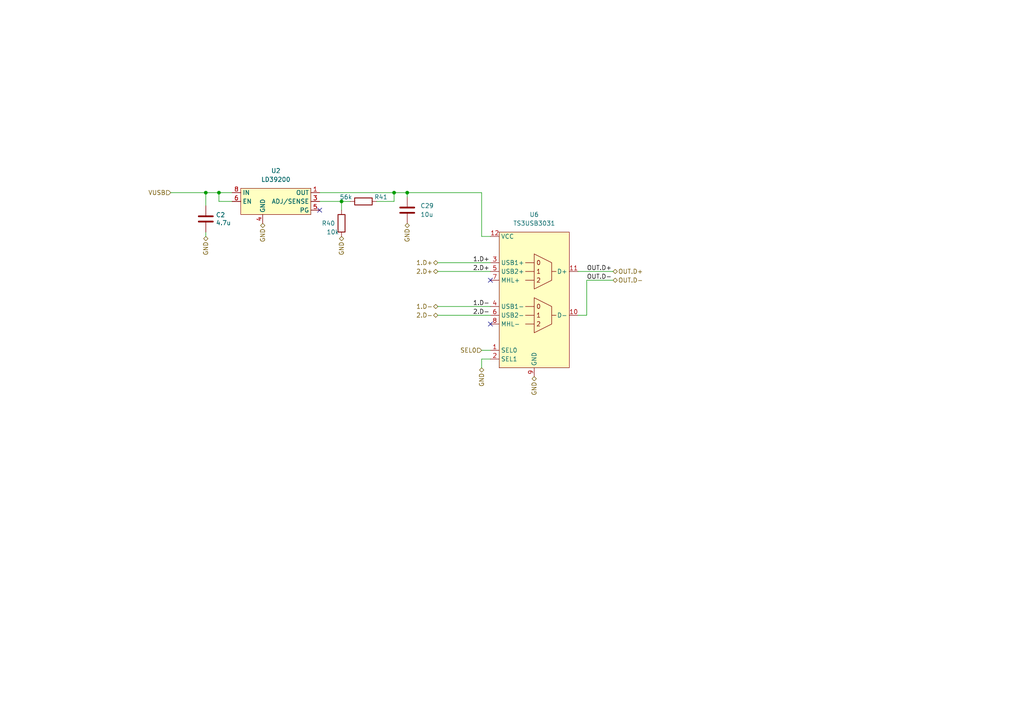
<source format=kicad_sch>
(kicad_sch (version 20230121) (generator eeschema)
  (paper "A4")
  (lib_symbols
    (symbol "Device:C" (pin_numbers hide) (pin_names (offset 0.254))
      (property "Reference" "C" (at 0.635 2.54 0))
      (property "Value" "C" (at 0.635 -2.54 0))
      (symbol "C_0_1"
        (polyline (pts (xy -2.032 -0.762) (xy 2.032 -0.762)) (stroke (width 0.508)))
        (polyline (pts (xy -2.032 0.762) (xy 2.032 0.762)) (stroke (width 0.508)))
      )
      (symbol "C_1_1"
        (pin passive line (at 0 3.81 270) (length 2.794) (name "~") (number "1"))
        (pin passive line (at 0 -3.81 90) (length 2.794) (name "~") (number "2"))
      )
    )
    (symbol "Device:R" (pin_numbers hide) (pin_names (offset 0))
      (property "Reference" "R" (at 2.032 0 90))
      (property "Value" "R" (at 0 0 90))
      (symbol "R_0_1"
        (rectangle (start -1.016 -2.54) (end 1.016 2.54) (stroke (width 0.254)))
      )
      (symbol "R_1_1"
        (pin passive line (at 0 3.81 270) (length 1.27) (name "~") (number "1"))
        (pin passive line (at 0 -3.81 90) (length 1.27) (name "~") (number "2"))
      )
    )
    (symbol "RKL-DiscreteLogic:TS3USB3031"
      (property "Reference" "U" (at 0 6.35 0))
      (property "Value" "TS3USB3031" (at 0 3.81 0))
      (symbol "TS3USB3031_0_1"
        (polyline (pts (xy 0 -17.78) (xy 0 -27.94) (xy 5.08 -25.4) (xy 5.08 -20.32) (xy 0 -17.78)))
        (polyline (pts (xy 0 -5.08) (xy 0 -15.24) (xy 5.08 -12.7) (xy 5.08 -7.62) (xy 0 -5.08)))
      )
      (symbol "TS3USB3031_1_1"
        (rectangle (start -10.16 1.27) (end 10.16 -38.1) (fill (type background)))
        (polyline (pts (xy -2.54 -25.4) (xy 0 -25.4)))
        (polyline (pts (xy -2.54 -22.86) (xy 0 -22.86)))
        (polyline (pts (xy -2.54 -20.32) (xy 0 -20.32)))
        (polyline (pts (xy -2.54 -12.7) (xy 0 -12.7)))
        (polyline (pts (xy -2.54 -10.16) (xy 0 -10.16)))
        (polyline (pts (xy -2.54 -7.62) (xy 0 -7.62)))
        (polyline (pts (xy 5.08 -22.86) (xy 6.35 -22.86)))
        (polyline (pts (xy 5.08 -10.16) (xy 6.35 -10.16)))
        (text "0" (at 1.27 -20.32 0) (effects (font (size 1.27 1.27))))
        (text "0" (at 1.27 -7.62 0) (effects (font (size 1.27 1.27))))
        (text "1\n" (at 1.27 -22.86 0) (effects (font (size 1.27 1.27))))
        (text "1\n" (at 1.27 -10.16 0) (effects (font (size 1.27 1.27))))
        (text "2" (at 1.27 -25.4 0) (effects (font (size 1.27 1.27))))
        (text "2" (at 1.27 -12.7 0) (effects (font (size 1.27 1.27))))
        (pin input line (at -12.7 -33.02 0) (length 2.54) (name "SEL0") (number "1"))
        (pin bidirectional line (at 12.7 -22.86 180) (length 2.54) (name "D-") (number "10"))
        (pin bidirectional line (at 12.7 -10.16 180) (length 2.54) (name "D+") (number "11"))
        (pin power_in line (at -12.7 0 0) (length 2.54) (name "VCC") (number "12"))
        (pin input line (at -12.7 -35.56 0) (length 2.54) (name "SEL1") (number "2"))
        (pin bidirectional line (at -12.7 -7.62 0) (length 2.54) (name "USB1+") (number "3"))
        (pin bidirectional line (at -12.7 -20.32 0) (length 2.54) (name "USB1-") (number "4"))
        (pin bidirectional line (at -12.7 -10.16 0) (length 2.54) (name "USB2+") (number "5"))
        (pin bidirectional line (at -12.7 -22.86 0) (length 2.54) (name "USB2-") (number "6"))
        (pin bidirectional line (at -12.7 -12.7 0) (length 2.54) (name "MHL+") (number "7"))
        (pin bidirectional line (at -12.7 -25.4 0) (length 2.54) (name "MHL-") (number "8"))
        (pin input line (at 0 -40.64 90) (length 2.54) (name "GND") (number "9"))
      )
    )
    (symbol "Robotarna_KiCad_Library:LD39200"
      (property "Reference" "U" (at 0 5.08 0))
      (property "Value" "LD39200" (at 0 3.175 0))
      (symbol "LD39200_0_1"
        (rectangle (start -10.16 1.27) (end 10.16 -6.35) (fill (type background)))
      )
      (symbol "LD39200_1_1"
        (pin power_out line (at 12.7 0 180) (length 2.54) (name "OUT") (number "1"))
        (pin power_out line (at 12.7 0 180) (length 2.54) hide (name "OUT") (number "2"))
        (pin input line (at 12.7 -2.54 180) (length 2.54) (name "ADJ/SENSE") (number "3"))
        (pin power_in line (at -3.81 -8.89 90) (length 2.54) (name "GND") (number "4"))
        (pin output line (at 12.7 -5.08 180) (length 2.54) (name "PG") (number "5"))
        (pin input line (at -12.7 -2.54 0) (length 2.54) (name "EN") (number "6"))
        (pin power_in line (at -12.7 0 0) (length 2.54) hide (name "IN") (number "7"))
        (pin power_in line (at -12.7 0 0) (length 2.54) (name "IN") (number "8"))
        (pin power_in line (at -3.81 -8.89 90) (length 2.54) hide (name "GND") (number "9"))
      )
    )
  )
  (junction (at 63.5 55.88))
  (junction (at 59.69 55.88))
  (junction (at 118.11 55.88))
  (junction (at 114.3 55.88))
  (junction (at 99.06 58.42))
  (no_connect (at 92.71 60.96))
  (no_connect (at 142.24 81.28))
  (no_connect (at 142.24 93.98))
  (wire (pts (xy 139.7 106.68) (xy 139.7 104.14)))
  (wire (pts (xy 99.06 58.42) (xy 101.6 58.42)))
  (wire (pts (xy 127 78.74) (xy 142.24 78.74)))
  (wire (pts (xy 114.3 55.88) (xy 118.11 55.88)))
  (wire (pts (xy 142.24 68.58) (xy 139.7 68.58)))
  (wire (pts (xy 114.3 58.42) (xy 114.3 55.88)))
  (wire (pts (xy 59.69 55.88) (xy 63.5 55.88)))
  (wire (pts (xy 118.11 55.88) (xy 118.11 57.15)))
  (wire (pts (xy 127 91.44) (xy 142.24 91.44)))
  (wire (pts (xy 59.69 68.58) (xy 59.69 67.31)))
  (wire (pts (xy 167.64 78.74) (xy 177.8 78.74)))
  (wire (pts (xy 139.7 104.14) (xy 142.24 104.14)))
  (wire (pts (xy 170.18 81.28) (xy 177.8 81.28)))
  (wire (pts (xy 92.71 58.42) (xy 99.06 58.42)))
  (wire (pts (xy 63.5 55.88) (xy 67.31 55.88)))
  (wire (pts (xy 109.22 58.42) (xy 114.3 58.42)))
  (wire (pts (xy 59.69 59.69) (xy 59.69 55.88)))
  (wire (pts (xy 63.5 55.88) (xy 63.5 58.42)))
  (wire (pts (xy 139.7 55.88) (xy 139.7 68.58)))
  (wire (pts (xy 167.64 91.44) (xy 170.18 91.44)))
  (wire (pts (xy 139.7 101.6) (xy 142.24 101.6)))
  (wire (pts (xy 127 88.9) (xy 142.24 88.9)))
  (wire (pts (xy 170.18 91.44) (xy 170.18 81.28)))
  (wire (pts (xy 67.31 58.42) (xy 63.5 58.42)))
  (wire (pts (xy 118.11 55.88) (xy 139.7 55.88)))
  (wire (pts (xy 127 76.2) (xy 142.24 76.2)))
  (wire (pts (xy 49.53 55.88) (xy 59.69 55.88)))
  (wire (pts (xy 92.71 55.88) (xy 114.3 55.88)))
  (wire (pts (xy 99.06 58.42) (xy 99.06 60.96)))
  (label "1.D+" (at 137.16 76.2 0))
  (label "1.D-" (at 137.16 88.9 0))
  (label "OUT.D-" (at 170.18 81.28 0))
  (label "2.D-" (at 137.16 91.44 0))
  (label "OUT.D+" (at 170.18 78.74 0))
  (label "2.D+" (at 137.16 78.74 0))
  (hierarchical_label "2.D-" (shape bidirectional) (at 127 91.44 180))
  (hierarchical_label "GND" (shape bidirectional) (at 99.06 68.58 270))
  (hierarchical_label "GND" (shape bidirectional) (at 118.11 64.77 270))
  (hierarchical_label "1.D-" (shape bidirectional) (at 127 88.9 180))
  (hierarchical_label "GND" (shape bidirectional) (at 59.69 68.58 270))
  (hierarchical_label "2.D+" (shape bidirectional) (at 127 78.74 180))
  (hierarchical_label "VUSB" (shape input) (at 49.53 55.88 180))
  (hierarchical_label "GND" (shape bidirectional) (at 154.94 109.22 270))
  (hierarchical_label "OUT.D+" (shape bidirectional) (at 177.8 78.74 0))
  (hierarchical_label "1.D+" (shape bidirectional) (at 127 76.2 180))
  (hierarchical_label "GND" (shape bidirectional) (at 139.7 106.68 270))
  (hierarchical_label "SEL0" (shape input) (at 139.7 101.6 180))
  (hierarchical_label "OUT.D-" (shape bidirectional) (at 177.8 81.28 0))
  (hierarchical_label "GND" (shape bidirectional) (at 76.2 64.77 270))
  (symbol (lib_id "Device:C") (at 59.69 63.5 0) (unit 1)
    (property "Reference" "C2" (at 62.611 62.3316 0) (effects (justify left)))
    (property "Value" "4.7u" (at 62.611 64.643 0) (effects (justify left)))
    (property "Footprint" "Capacitor_SMD:C_0603_1608Metric" (effects hide))
    (property "LCSC" "C19666" (effects hide))
    (property "Basic/Extended" "B" (effects hide))
    (property "info" "16V, X5R" (effects hide))
    (instances (project "Zelvicka" (path "" (reference "C2") (unit 1)) (path "" (reference "C27") (unit 1))) (project "ZakladniElektronika" (path "" (reference "C150") (unit 1))) (project "RB3203" (path "" (reference "U?") (unit 1))))
  )
  (symbol (lib_id "Device:R") (at 99.06 64.77 180) (unit 1)
    (property "Reference" "R40" (at 95.25 64.77 0))
    (property "Value" "10k" (at 96.52 67.31 0))
    (property "Footprint" "Resistor_SMD:R_0402_1005Metric" (effects hide))
    (property "LCSC" "C25744" (effects hide))
    (instances (project "Zelvicka" (path "" (reference "R40") (unit 1)) (path "" (reference "R26") (unit 1))) (project "SemiSemafor" (path "" (reference "R10") (unit 1))))
  )
  (symbol (lib_id "RKL-DiscreteLogic:TS3USB3031") (at 154.94 68.58 0) (unit 1)
    (property "Reference" "U6" (at 154.94 62.23 0))
    (property "Value" "TS3USB3031" (at 154.94 64.77 0))
    (property "Footprint" "Package_DFN_QFN:Texas_X2QFN-12_1.6x1.6mm_P0.4mm" (effects hide))
    (property "Datasheet" "https://www.ti.com/lit/ds/symlink/ts3usb3031.pdf?ts=1703029289212&ref_url=https%253A%252F%252Fwww.google.com%252F" (effects hide))
    (property "Basic/Extended" "E" (effects hide))
    (property "LCSC" "C2652459" (effects hide))
    (instances (project "Zelvicka" (path "" (reference "U6") (unit 1))) (project "ZakladniElektronika" (path "" (reference "U?") (unit 1)) (path "" (reference "U15") (unit 1))))
  )
  (symbol (lib_id "Device:C") (at 118.11 60.96 0) (unit 1)
    (property "Reference" "C29" (at 121.92 59.6899 0) (effects (justify left)))
    (property "Value" "10u" (at 121.92 62.2299 0) (effects (justify left)))
    (property "Footprint" "Capacitor_SMD:C_0603_1608Metric" (effects hide))
    (property "LCSC" "C19702" (effects hide))
    (instances (project "Zelvicka" (path "" (reference "C29") (unit 1)) (path "" (reference "C3") (unit 1))) (project "SemiSemafor" (path "" (reference "C6") (unit 1))))
  )
  (symbol (lib_id "Robotarna_KiCad_Library:LD39200") (at 80.01 55.88 0) (unit 1)
    (property "Reference" "U2" (at 80.01 49.53 0))
    (property "Value" "LD39200" (at 80.01 52.07 0))
    (property "Footprint" "Package_DFN_QFN:DFN-8-1EP_4x4mm_P0.8mm_EP2.3x3.24mm" (effects hide))
    (property "Datasheet" "https://datasheet.lcsc.com/lcsc/2010270935_STMicroelectronics-LD39200DPUR_C880590.pdf" (effects hide))
    (property "LCSC" "C880590" (effects hide))
    (property "JLCPCB_CORRECTION" "0;0;270" (effects hide))
    (instances (project "Zelvicka" (path "" (reference "U2") (unit 1)) (path "" (reference "U8") (unit 1))) (project "SemiSemafor" (path "" (reference "U1") (unit 1))))
  )
  (symbol (lib_id "Device:R") (at 105.41 58.42 90) (unit 1)
    (property "Reference" "R41" (at 110.49 57.15 90))
    (property "Value" "56k" (at 100.33 57.15 90))
    (property "Footprint" "Resistor_SMD:R_0402_1005Metric" (effects hide))
    (property "LCSC" "C25796" (effects hide))
    (instances (project "Zelvicka" (path "" (reference "R41") (unit 1)) (path "" (reference "R42") (unit 1))) (project "SemiSemafor" (path "" (reference "R11") (unit 1))))
  )
)
</source>
